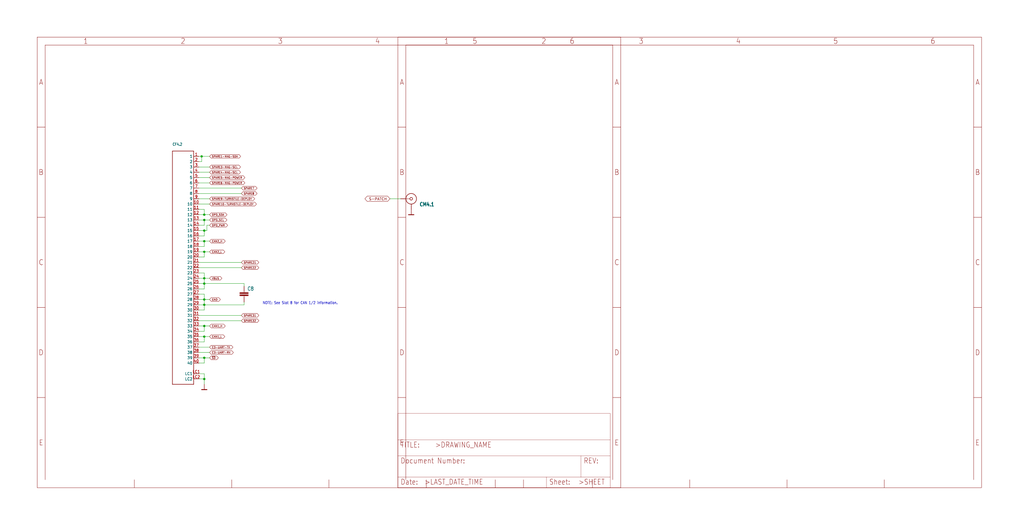
<source format=kicad_sch>
(kicad_sch (version 20211123) (generator eeschema)
  (paper "User" 490.22 254.406)
  (lib_symbols
    (symbol "oresat0-1u-backplane-eagle-import:C-EU1206-B"
      (property "Reference" "C" (at 1.524 0.381 0))
      (property "Value" "C-EU1206-B" (at 1.524 -4.699 0))
      (symbol "C-EU1206-B_1_0"
        (rectangle (start -2.032 -2.032) (end 2.032 -1.524) (fill (type outline)))
        (rectangle (start -2.032 -1.016) (end 2.032 -0.508) (fill (type outline)))
        (polyline (pts (xy 0 -2.54) (xy 0 -2.032)) (stroke (width 0.1524)))
        (polyline (pts (xy 0 0) (xy 0 -0.508)) (stroke (width 0.1524)))
        (pin passive line (at 0 2.54 270) (length 2.54) (name "1") (number "1"))
        (pin passive line (at 0 -5.08 90) (length 2.54) (name "2") (number "2"))
      )
    )
    (symbol "oresat0-1u-backplane-eagle-import:FRAME_A_L"
      (symbol "FRAME_A_L_0_0"
        (polyline (pts (xy 0 43.18) (xy 3.81 43.18)))
        (polyline (pts (xy 0 86.36) (xy 3.81 86.36)))
        (polyline (pts (xy 0 129.54) (xy 3.81 129.54)))
        (polyline (pts (xy 0 172.72) (xy 3.81 172.72)))
        (polyline (pts (xy 3.81 3.81) (xy 3.81 212.09)))
        (polyline (pts (xy 46.5667 0) (xy 46.5667 3.81)))
        (polyline (pts (xy 93.1333 0) (xy 93.1333 3.81)))
        (polyline (pts (xy 139.7 0) (xy 139.7 3.81)))
        (polyline (pts (xy 186.2667 0) (xy 186.2667 3.81)))
        (polyline (pts (xy 232.8333 0) (xy 232.8333 3.81)))
        (polyline (pts (xy 275.59 3.81) (xy 275.59 212.09)))
        (polyline (pts (xy 275.59 43.18) (xy 279.4 43.18)))
        (polyline (pts (xy 275.59 86.36) (xy 279.4 86.36)))
        (polyline (pts (xy 275.59 129.54) (xy 279.4 129.54)))
        (polyline (pts (xy 275.59 172.72) (xy 279.4 172.72)))
        (polyline (pts (xy 275.59 212.09) (xy 3.81 212.09)))
        (polyline (pts (xy 0 0) (xy 279.4 0) (xy 279.4 215.9) (xy 0 215.9) (xy 0 0)))
        (text "1" (at 23.2833 213.995 0) (effects (font (size 2.54 2.286))))
        (text "2" (at 69.85 213.995 0) (effects (font (size 2.54 2.286))))
        (text "3" (at 116.4167 213.995 0) (effects (font (size 2.54 2.286))))
        (text "4" (at 162.9833 213.995 0) (effects (font (size 2.54 2.286))))
        (text "5" (at 209.55 213.995 0) (effects (font (size 2.54 2.286))))
        (text "6" (at 256.1167 213.995 0) (effects (font (size 2.54 2.286))))
        (text "A" (at 1.905 194.31 0) (effects (font (size 2.54 2.286))))
        (text "A" (at 277.495 194.31 0) (effects (font (size 2.54 2.286))))
        (text "B" (at 1.905 151.13 0) (effects (font (size 2.54 2.286))))
        (text "B" (at 277.495 151.13 0) (effects (font (size 2.54 2.286))))
        (text "C" (at 1.905 107.95 0) (effects (font (size 2.54 2.286))))
        (text "C" (at 277.495 107.95 0) (effects (font (size 2.54 2.286))))
        (text "D" (at 1.905 64.77 0) (effects (font (size 2.54 2.286))))
        (text "D" (at 277.495 64.77 0) (effects (font (size 2.54 2.286))))
        (text "E" (at 1.905 21.59 0) (effects (font (size 2.54 2.286))))
        (text "E" (at 277.495 21.59 0) (effects (font (size 2.54 2.286))))
      )
      (symbol "FRAME_A_L_2_0"
        (polyline (pts (xy 0 0) (xy 0 5.08)) (stroke (width 0.1016)))
        (polyline (pts (xy 0 0) (xy 71.12 0)) (stroke (width 0.1016)))
        (polyline (pts (xy 0 5.08) (xy 0 15.24)) (stroke (width 0.1016)))
        (polyline (pts (xy 0 5.08) (xy 71.12 5.08)) (stroke (width 0.1016)))
        (polyline (pts (xy 0 15.24) (xy 0 22.86)) (stroke (width 0.1016)))
        (polyline (pts (xy 0 22.86) (xy 0 35.56)) (stroke (width 0.1016)))
        (polyline (pts (xy 0 22.86) (xy 101.6 22.86)) (stroke (width 0.1016)))
        (polyline (pts (xy 71.12 0) (xy 101.6 0)) (stroke (width 0.1016)))
        (polyline (pts (xy 71.12 5.08) (xy 71.12 0)) (stroke (width 0.1016)))
        (polyline (pts (xy 71.12 5.08) (xy 87.63 5.08)) (stroke (width 0.1016)))
        (polyline (pts (xy 87.63 5.08) (xy 101.6 5.08)) (stroke (width 0.1016)))
        (polyline (pts (xy 87.63 15.24) (xy 0 15.24)) (stroke (width 0.1016)))
        (polyline (pts (xy 87.63 15.24) (xy 87.63 5.08)) (stroke (width 0.1016)))
        (polyline (pts (xy 101.6 5.08) (xy 101.6 0)) (stroke (width 0.1016)))
        (polyline (pts (xy 101.6 15.24) (xy 87.63 15.24)) (stroke (width 0.1016)))
        (polyline (pts (xy 101.6 15.24) (xy 101.6 5.08)) (stroke (width 0.1016)))
        (polyline (pts (xy 101.6 22.86) (xy 101.6 15.24)) (stroke (width 0.1016)))
        (polyline (pts (xy 101.6 35.56) (xy 0 35.56)) (stroke (width 0.1016)))
        (polyline (pts (xy 101.6 35.56) (xy 101.6 22.86)) (stroke (width 0.1016)))
        (text ">DRAWING_NAME" (at 17.78 19.05 0) (effects (font (size 2.54 2.159)) (justify left bottom)))
        (text ">LAST_DATE_TIME" (at 12.7 1.27 0) (effects (font (size 2.54 2.159)) (justify left bottom)))
        (text ">SHEET" (at 86.36 1.27 0) (effects (font (size 2.54 2.159)) (justify left bottom)))
        (text "Date:" (at 1.27 1.27 0) (effects (font (size 2.54 2.159)) (justify left bottom)))
        (text "Document Number:" (at 1.27 11.43 0) (effects (font (size 2.54 2.159)) (justify left bottom)))
        (text "REV:" (at 88.9 11.43 0) (effects (font (size 2.54 2.159)) (justify left bottom)))
        (text "Sheet:" (at 72.39 1.27 0) (effects (font (size 2.54 2.159)) (justify left bottom)))
        (text "TITLE:" (at 1.27 19.05 0) (effects (font (size 2.54 2.159)) (justify left bottom)))
      )
    )
    (symbol "oresat0-1u-backplane-eagle-import:GND" (power)
      (symbol "GND_1_0"
        (polyline (pts (xy -1.27 -2.54) (xy 1.27 -2.54)) (stroke (width 0.4064)))
        (pin power_in line (at 0 0 270) (length 2.54) (name "GND") (number "1"))
      )
    )
    (symbol "oresat0-1u-backplane-eagle-import:J-MOLEX-SMPM-73300-0111X"
      (property "Reference" "CM" (at 3.81 -3.81 0))
      (property "Value" "J-MOLEX-SMPM-73300-0111X" (at 3.81 -6.35 0))
      (symbol "J-MOLEX-SMPM-73300-0111X_1_0"
        (polyline (pts (xy -2.54 0) (xy -0.635 0)) (stroke (width 0.1524)))
        (circle (center 0 0) (radius 0.635) (stroke (width 0.254)))
        (circle (center 0 0) (radius 2.54) (stroke (width 0.254)))
        (pin passive line (at 0 -5.08 90) (length 2.54) (name "SHIELD1") (number "P$1"))
        (pin passive line (at 0 -5.08 90) (length 2.54) (name "SHIELD1") (number "P$2"))
        (pin passive line (at 0 -5.08 90) (length 2.54) (name "SHIELD1") (number "P$3"))
        (pin passive line (at 0 -5.08 90) (length 2.54) (name "SHIELD1") (number "P$4"))
        (pin passive line (at -5.08 0 0) (length 2.54) (name "RF") (number "RF-DOWN"))
      )
    )
    (symbol "oresat0-1u-backplane-eagle-import:SFM-120-X1-XXX-D"
      (property "Reference" "J" (at -2.54 50.8 0))
      (property "Value" "SFM-120-X1-XXX-D" (at -2.54 49.53 0))
      (symbol "SFM-120-X1-XXX-D_1_0"
        (polyline (pts (xy -2.54 -63.5) (xy -2.54 48.26)) (stroke (width 0.254)))
        (polyline (pts (xy -2.54 48.26) (xy 7.62 48.26)) (stroke (width 0.254)))
        (polyline (pts (xy 7.62 -63.5) (xy -2.54 -63.5)) (stroke (width 0.254)))
        (polyline (pts (xy 7.62 48.26) (xy 7.62 -63.5)) (stroke (width 0.254)))
        (pin passive line (at 10.16 45.72 180) (length 2.54) (name "1") (number "1"))
        (pin passive line (at 10.16 22.86 180) (length 2.54) (name "10") (number "10"))
        (pin passive line (at 10.16 20.32 180) (length 2.54) (name "11") (number "11"))
        (pin passive line (at 10.16 17.78 180) (length 2.54) (name "12") (number "12"))
        (pin passive line (at 10.16 15.24 180) (length 2.54) (name "13") (number "13"))
        (pin passive line (at 10.16 12.7 180) (length 2.54) (name "14") (number "14"))
        (pin passive line (at 10.16 10.16 180) (length 2.54) (name "15") (number "15"))
        (pin passive line (at 10.16 7.62 180) (length 2.54) (name "16") (number "16"))
        (pin passive line (at 10.16 5.08 180) (length 2.54) (name "17") (number "17"))
        (pin passive line (at 10.16 2.54 180) (length 2.54) (name "18") (number "18"))
        (pin passive line (at 10.16 0 180) (length 2.54) (name "19") (number "19"))
        (pin passive line (at 10.16 43.18 180) (length 2.54) (name "2") (number "2"))
        (pin passive line (at 10.16 -2.54 180) (length 2.54) (name "20") (number "20"))
        (pin passive line (at 10.16 -5.08 180) (length 2.54) (name "21") (number "21"))
        (pin passive line (at 10.16 -7.62 180) (length 2.54) (name "22") (number "22"))
        (pin passive line (at 10.16 -10.16 180) (length 2.54) (name "23") (number "23"))
        (pin passive line (at 10.16 -12.7 180) (length 2.54) (name "24") (number "24"))
        (pin passive line (at 10.16 -15.24 180) (length 2.54) (name "25") (number "25"))
        (pin passive line (at 10.16 -17.78 180) (length 2.54) (name "26") (number "26"))
        (pin passive line (at 10.16 -20.32 180) (length 2.54) (name "27") (number "27"))
        (pin passive line (at 10.16 -22.86 180) (length 2.54) (name "28") (number "28"))
        (pin passive line (at 10.16 -25.4 180) (length 2.54) (name "29") (number "29"))
        (pin passive line (at 10.16 40.64 180) (length 2.54) (name "3") (number "3"))
        (pin passive line (at 10.16 -27.94 180) (length 2.54) (name "30") (number "30"))
        (pin passive line (at 10.16 -30.48 180) (length 2.54) (name "31") (number "31"))
        (pin passive line (at 10.16 -33.02 180) (length 2.54) (name "32") (number "32"))
        (pin passive line (at 10.16 -35.56 180) (length 2.54) (name "33") (number "33"))
        (pin passive line (at 10.16 -38.1 180) (length 2.54) (name "34") (number "34"))
        (pin passive line (at 10.16 -40.64 180) (length 2.54) (name "35") (number "35"))
        (pin passive line (at 10.16 -43.18 180) (length 2.54) (name "36") (number "36"))
        (pin passive line (at 10.16 -45.72 180) (length 2.54) (name "37") (number "37"))
        (pin passive line (at 10.16 -48.26 180) (length 2.54) (name "38") (number "38"))
        (pin passive line (at 10.16 -50.8 180) (length 2.54) (name "39") (number "39"))
        (pin passive line (at 10.16 38.1 180) (length 2.54) (name "4") (number "4"))
        (pin passive line (at 10.16 -53.34 180) (length 2.54) (name "40") (number "40"))
        (pin passive line (at 10.16 35.56 180) (length 2.54) (name "5") (number "5"))
        (pin passive line (at 10.16 33.02 180) (length 2.54) (name "6") (number "6"))
        (pin passive line (at 10.16 30.48 180) (length 2.54) (name "7") (number "7"))
        (pin passive line (at 10.16 27.94 180) (length 2.54) (name "8") (number "8"))
        (pin passive line (at 10.16 25.4 180) (length 2.54) (name "9") (number "9"))
        (pin passive line (at 10.16 -58.42 180) (length 2.54) (name "LC1") (number "LC1"))
        (pin passive line (at 10.16 -60.96 180) (length 2.54) (name "LC2") (number "LC2"))
      )
    )
  )
  (junction (at 97.79 161.29))
  (junction (at 97.79 105.41))
  (junction (at 97.79 110.49))
  (junction (at 97.79 156.21))
  (junction (at 97.79 135.89))
  (junction (at 97.79 181.61))
  (junction (at 97.79 171.45))
  (junction (at 97.79 143.51))
  (junction (at 97.79 146.05))
  (junction (at 97.79 120.65))
  (junction (at 97.79 115.57))
  (junction (at 96.52 74.93))
  (junction (at 97.79 102.87))
  (junction (at 97.79 133.35))
  (wire (pts (xy 95.25 130.81) (xy 97.79 130.81)))
  (wire (pts (xy 99.06 107.95) (xy 99.06 110.49)))
  (wire (pts (xy 97.79 105.41) (xy 97.79 107.95)))
  (wire (pts (xy 95.25 148.59) (xy 97.79 148.59)))
  (wire (pts (xy 100.33 102.87) (xy 97.79 102.87)))
  (wire (pts (xy 100.33 161.29) (xy 97.79 161.29)))
  (wire (pts (xy 95.25 166.37) (xy 100.33 166.37)))
  (wire (pts (xy 95.25 77.47) (xy 96.52 77.47)))
  (wire (pts (xy 97.79 161.29) (xy 95.25 161.29)))
  (wire (pts (xy 116.84 146.05) (xy 116.84 144.78)))
  (wire (pts (xy 116.84 135.89) (xy 116.84 137.16)))
  (wire (pts (xy 95.25 179.07) (xy 97.79 179.07)))
  (wire (pts (xy 97.79 179.07) (xy 97.79 181.61)))
  (wire (pts (xy 97.79 181.61) (xy 97.79 184.15)))
  (wire (pts (xy 97.79 173.99) (xy 97.79 171.45)))
  (wire (pts (xy 95.25 168.91) (xy 100.33 168.91)))
  (wire (pts (xy 95.25 143.51) (xy 97.79 143.51)))
  (wire (pts (xy 97.79 146.05) (xy 116.84 146.05)))
  (wire (pts (xy 97.79 146.05) (xy 95.25 146.05)))
  (wire (pts (xy 95.25 118.11) (xy 97.79 118.11)))
  (wire (pts (xy 97.79 102.87) (xy 97.79 100.33)))
  (wire (pts (xy 97.79 163.83) (xy 97.79 161.29)))
  (wire (pts (xy 100.33 115.57) (xy 97.79 115.57)))
  (wire (pts (xy 95.25 92.71) (xy 115.57 92.71)))
  (wire (pts (xy 191.77 95.25) (xy 186.69 95.25)))
  (wire (pts (xy 95.25 105.41) (xy 97.79 105.41)))
  (wire (pts (xy 95.25 153.67) (xy 115.57 153.67)))
  (wire (pts (xy 95.25 82.55) (xy 100.33 82.55)))
  (wire (pts (xy 96.52 74.93) (xy 100.33 74.93)))
  (wire (pts (xy 100.33 133.35) (xy 97.79 133.35)))
  (wire (pts (xy 97.79 135.89) (xy 116.84 135.89)))
  (wire (pts (xy 97.79 113.03) (xy 97.79 110.49)))
  (wire (pts (xy 100.33 120.65) (xy 97.79 120.65)))
  (wire (pts (xy 96.52 77.47) (xy 96.52 74.93)))
  (wire (pts (xy 97.79 171.45) (xy 95.25 171.45)))
  (wire (pts (xy 95.25 102.87) (xy 97.79 102.87)))
  (wire (pts (xy 95.25 74.93) (xy 96.52 74.93)))
  (wire (pts (xy 95.25 151.13) (xy 115.57 151.13)))
  (wire (pts (xy 97.79 135.89) (xy 97.79 138.43)))
  (wire (pts (xy 100.33 107.95) (xy 99.06 107.95)))
  (wire (pts (xy 95.25 163.83) (xy 97.79 163.83)))
  (wire (pts (xy 97.79 120.65) (xy 95.25 120.65)))
  (wire (pts (xy 97.79 138.43) (xy 95.25 138.43)))
  (wire (pts (xy 97.79 133.35) (xy 97.79 135.89)))
  (wire (pts (xy 97.79 158.75) (xy 97.79 156.21)))
  (wire (pts (xy 95.25 140.97) (xy 97.79 140.97)))
  (wire (pts (xy 99.06 110.49) (xy 97.79 110.49)))
  (wire (pts (xy 97.79 115.57) (xy 97.79 118.11)))
  (wire (pts (xy 95.25 80.01) (xy 100.33 80.01)))
  (wire (pts (xy 95.25 113.03) (xy 97.79 113.03)))
  (wire (pts (xy 97.79 110.49) (xy 95.25 110.49)))
  (wire (pts (xy 95.25 87.63) (xy 100.33 87.63)))
  (wire (pts (xy 95.25 128.27) (xy 115.57 128.27)))
  (wire (pts (xy 95.25 90.17) (xy 115.57 90.17)))
  (wire (pts (xy 95.25 123.19) (xy 97.79 123.19)))
  (wire (pts (xy 95.25 181.61) (xy 97.79 181.61)))
  (wire (pts (xy 95.25 125.73) (xy 115.57 125.73)))
  (wire (pts (xy 97.79 135.89) (xy 95.25 135.89)))
  (wire (pts (xy 95.25 173.99) (xy 97.79 173.99)))
  (wire (pts (xy 97.79 100.33) (xy 95.25 100.33)))
  (wire (pts (xy 97.79 115.57) (xy 95.25 115.57)))
  (wire (pts (xy 100.33 143.51) (xy 97.79 143.51)))
  (wire (pts (xy 95.25 95.25) (xy 100.33 95.25)))
  (wire (pts (xy 95.25 85.09) (xy 100.33 85.09)))
  (wire (pts (xy 97.79 120.65) (xy 97.79 123.19)))
  (wire (pts (xy 97.79 130.81) (xy 97.79 133.35)))
  (wire (pts (xy 97.79 105.41) (xy 100.33 105.41)))
  (wire (pts (xy 97.79 148.59) (xy 97.79 146.05)))
  (wire (pts (xy 97.79 133.35) (xy 95.25 133.35)))
  (wire (pts (xy 97.79 143.51) (xy 97.79 146.05)))
  (wire (pts (xy 97.79 156.21) (xy 95.25 156.21)))
  (wire (pts (xy 100.33 156.21) (xy 97.79 156.21)))
  (wire (pts (xy 97.79 140.97) (xy 97.79 143.51)))
  (wire (pts (xy 95.25 97.79) (xy 100.33 97.79)))
  (wire (pts (xy 100.33 171.45) (xy 97.79 171.45)))
  (wire (pts (xy 95.25 158.75) (xy 97.79 158.75)))
  (wire (pts (xy 97.79 107.95) (xy 95.25 107.95)))
  (text "NOTE: See Slot 8 for CAN 1/2 information." (at 125.73 146.05 180) (effects (font (size 1.27 1.0795)) (justify left bottom)))
  (global_label "SPARE8" (shape bidirectional) (at 115.57 92.71 0) (effects (font (size 0.889 0.889))) (property "Intersheet References" "${INTERSHEET_REFS}" (effects hide)))
  (global_label "SPARE4-MAG-SCL" (shape bidirectional) (at 100.33 82.55 0) (effects (font (size 0.889 0.889))) (property "Intersheet References" "${INTERSHEET_REFS}" (effects hide)))
  (global_label "SPARE32" (shape bidirectional) (at 115.57 153.67 0) (effects (font (size 0.889 0.889))) (property "Intersheet References" "${INTERSHEET_REFS}" (effects hide)))
  (global_label "OPD_SCL" (shape bidirectional) (at 100.33 105.41 0) (effects (font (size 0.889 0.889))) (property "Intersheet References" "${INTERSHEET_REFS}" (effects hide)))
  (global_label "C3-UART-TX" (shape bidirectional) (at 100.33 166.37 0) (effects (font (size 0.889 0.889))) (property "Intersheet References" "${INTERSHEET_REFS}" (effects hide)))
  (global_label "C3-UART-RX" (shape bidirectional) (at 100.33 168.91 0) (effects (font (size 0.889 0.889))) (property "Intersheet References" "${INTERSHEET_REFS}" (effects hide)))
  (global_label "SPARE21" (shape bidirectional) (at 115.57 125.73 0) (effects (font (size 0.889 0.889))) (property "Intersheet References" "${INTERSHEET_REFS}" (effects hide)))
  (global_label "CAN1_H" (shape bidirectional) (at 100.33 156.21 0) (effects (font (size 0.889 0.889))) (property "Intersheet References" "${INTERSHEET_REFS}" (effects hide)))
  (global_label "~{SD}" (shape bidirectional) (at 100.33 171.45 0) (effects (font (size 0.889 0.889))) (property "Intersheet References" "${INTERSHEET_REFS}" (effects hide)))
  (global_label "CAN2_H" (shape bidirectional) (at 100.33 115.57 0) (effects (font (size 0.889 0.889))) (property "Intersheet References" "${INTERSHEET_REFS}" (effects hide)))
  (global_label "SPARE7" (shape bidirectional) (at 115.57 90.17 0) (effects (font (size 0.889 0.889))) (property "Intersheet References" "${INTERSHEET_REFS}" (effects hide)))
  (global_label "SPARE22" (shape bidirectional) (at 115.57 128.27 0) (effects (font (size 0.889 0.889))) (property "Intersheet References" "${INTERSHEET_REFS}" (effects hide)))
  (global_label "SPARE3-MAG-SCL" (shape bidirectional) (at 100.33 80.01 0) (effects (font (size 0.889 0.889))) (property "Intersheet References" "${INTERSHEET_REFS}" (effects hide)))
  (global_label "SPARE6-MAG-POWER" (shape bidirectional) (at 100.33 87.63 0) (effects (font (size 0.889 0.889))) (property "Intersheet References" "${INTERSHEET_REFS}" (effects hide)))
  (global_label "SPARE31" (shape bidirectional) (at 115.57 151.13 0) (effects (font (size 0.889 0.889))) (property "Intersheet References" "${INTERSHEET_REFS}" (effects hide)))
  (global_label "VBUS" (shape bidirectional) (at 100.33 133.35 0) (effects (font (size 0.889 0.889))) (property "Intersheet References" "${INTERSHEET_REFS}" (effects hide)))
  (global_label "CAN2_L" (shape bidirectional) (at 100.33 120.65 0) (effects (font (size 0.889 0.889))) (property "Intersheet References" "${INTERSHEET_REFS}" (effects hide)))
  (global_label "SPARE1-MAG-SDA" (shape bidirectional) (at 100.33 74.93 0) (effects (font (size 0.889 0.889))) (property "Intersheet References" "${INTERSHEET_REFS}" (effects hide)))
  (global_label "SPARE10-TURNSTILE-DEPLOY" (shape bidirectional) (at 100.33 97.79 0) (effects (font (size 0.889 0.889))) (property "Intersheet References" "${INTERSHEET_REFS}" (effects hide)))
  (global_label "OPD_PWR" (shape bidirectional) (at 100.33 107.95 0) (effects (font (size 0.889 0.889))) (property "Intersheet References" "${INTERSHEET_REFS}" (effects hide)))
  (global_label "CAN1_L" (shape bidirectional) (at 100.33 161.29 0) (effects (font (size 0.889 0.889))) (property "Intersheet References" "${INTERSHEET_REFS}" (effects hide)))
  (global_label "S-PATCH" (shape bidirectional) (at 186.69 95.25 180) (effects (font (size 1.2446 1.2446))) (property "Intersheet References" "${INTERSHEET_REFS}" (effects hide)))
  (global_label "SPARE5-MAG-POWER" (shape bidirectional) (at 100.33 85.09 0) (effects (font (size 0.889 0.889))) (property "Intersheet References" "${INTERSHEET_REFS}" (effects hide)))
  (global_label "GND" (shape bidirectional) (at 100.33 143.51 0) (effects (font (size 0.889 0.889))) (property "Intersheet References" "${INTERSHEET_REFS}" (effects hide)))
  (global_label "OPD_SDA" (shape bidirectional) (at 100.33 102.87 0) (effects (font (size 0.889 0.889))) (property "Intersheet References" "${INTERSHEET_REFS}" (effects hide)))
  (global_label "SPARE9-TURNSTILE-DEPLOY" (shape bidirectional) (at 100.33 95.25 0) (effects (font (size 0.889 0.889))) (property "Intersheet References" "${INTERSHEET_REFS}" (effects hide)))
  (symbol (lib_id "oresat0-1u-backplane-eagle-import:SFM-120-X1-XXX-D") (at 85.09 120.65 0) (unit 1)
    (property "Reference" "CF4.2" (at 82.55 69.85 0) (effects (font (size 1.27 1.0795)) (justify left bottom)))
  )
  (symbol (lib_id "oresat0-1u-backplane-eagle-import:J-MOLEX-SMPM-73300-0111X") (at 196.85 95.25 0) (unit 1)
    (property "Reference" "CM4.1" (at 200.66 99.06 0) (effects (font (size 1.778 1.5113) bold) (justify left bottom)))
  )
  (symbol (lib_id "oresat0-1u-backplane-eagle-import:C-EU1206-B") (at 116.84 139.7 0) (unit 1)
    (property "Reference" "C8" (at 118.364 139.319 0) (effects (font (size 1.778 1.5113)) (justify left bottom)))
  )
  (symbol (lib_id "oresat0-1u-backplane-eagle-import:GND") (at 97.79 184.15 0) (unit 1)
    (property "Reference" "#GND97" (effects hide))
  )
  (symbol (lib_id "oresat0-1u-backplane-eagle-import:FRAME_A_L") (at 17.78 233.68 0) (unit 1)
    (property "Reference" "#FRAME17" (effects hide))
  )
  (symbol (lib_id "oresat0-1u-backplane-eagle-import:FRAME_A_L") (at 190.5 233.68 0) (unit 2)
    (property "Reference" "#FRAME17" (effects hide))
  )
  (symbol (lib_id "oresat0-1u-backplane-eagle-import:GND") (at 196.85 100.33 0) (unit 1)
    (property "Reference" "#GND5" (effects hide))
  )
)
</source>
